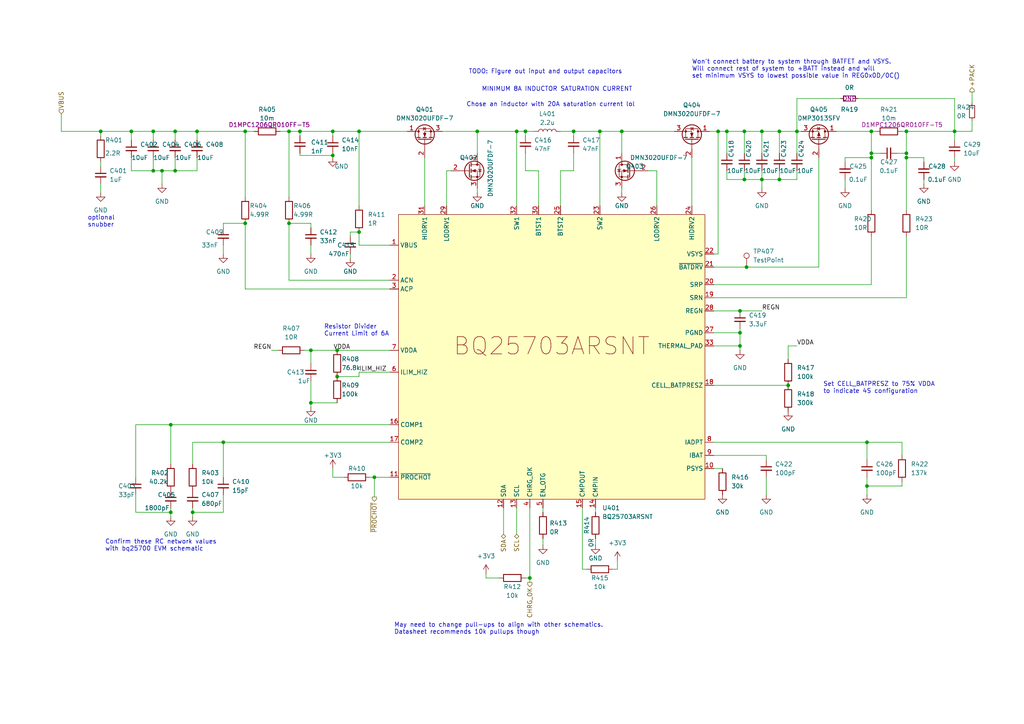
<source format=kicad_sch>
(kicad_sch (version 20230121) (generator eeschema)
  (paper "A4")
  (title_block (title "Charge Controller") (date "2023-05-24") (rev "v1"))
  (lib_symbols
    (symbol "Connector:TestPoint" (pin_numbers hide) (pin_names (offset 0.762) hide)
      (property "Reference" "TP" (at 0 6.858 0))
      (property "Value" "TestPoint" (at 0 5.08 0))
      (symbol "TestPoint_0_1"
        (circle (center 0 3.302) (radius 0.762))
      )
      (symbol "TestPoint_1_1"
        (pin passive line (at 0 0 90) (length 2.54) (name "1") (number "1"))
      )
    )
    (symbol "Device:C_Small" (pin_numbers hide) (pin_names (offset 0.254) hide)
      (property "Reference" "C" (at 0.254 1.778 0))
      (property "Value" "C_Small" (at 0.254 -2.032 0))
      (symbol "C_Small_0_1"
        (polyline (pts (xy -1.524 -0.508) (xy 1.524 -0.508)) (stroke (width 0.3302)))
        (polyline (pts (xy -1.524 0.508) (xy 1.524 0.508)) (stroke (width 0.3048)))
      )
      (symbol "C_Small_1_1"
        (pin passive line (at 0 2.54 270) (length 2.032) (name "~") (number "1"))
        (pin passive line (at 0 -2.54 90) (length 2.032) (name "~") (number "2"))
      )
    )
    (symbol "Device:L" (pin_numbers hide) (pin_names (offset 1.016) hide)
      (property "Reference" "L" (at -1.27 0 90))
      (property "Value" "L" (at 1.905 0 90))
      (symbol "L_0_1"
        (arc (start 0 -2.54) (mid 0.6323 -1.905) (end 0 -1.27))
        (arc (start 0 -1.27) (mid 0.6323 -0.635) (end 0 0))
        (arc (start 0 0) (mid 0.6323 0.635) (end 0 1.27))
        (arc (start 0 1.27) (mid 0.6323 1.905) (end 0 2.54))
      )
      (symbol "L_1_1"
        (pin passive line (at 0 3.81 270) (length 1.27) (name "1") (number "1"))
        (pin passive line (at 0 -3.81 90) (length 1.27) (name "2") (number "2"))
      )
    )
    (symbol "Device:Q_NMOS_DGS" (pin_names (offset 0) hide)
      (property "Reference" "Q" (at 5.08 1.27 0))
      (property "Value" "Q_NMOS_DGS" (at 5.08 -1.27 0))
      (symbol "Q_NMOS_DGS_0_1"
        (polyline (pts (xy 0.254 0) (xy -2.54 0)))
        (polyline (pts (xy 0.254 1.905) (xy 0.254 -1.905)) (stroke (width 0.254)))
        (polyline (pts (xy 0.762 -1.27) (xy 0.762 -2.286)) (stroke (width 0.254)))
        (polyline (pts (xy 0.762 0.508) (xy 0.762 -0.508)) (stroke (width 0.254)))
        (polyline (pts (xy 0.762 2.286) (xy 0.762 1.27)) (stroke (width 0.254)))
        (polyline (pts (xy 2.54 2.54) (xy 2.54 1.778)))
        (polyline (pts (xy 2.54 -2.54) (xy 2.54 0) (xy 0.762 0)))
        (polyline (pts (xy 0.762 -1.778) (xy 3.302 -1.778) (xy 3.302 1.778) (xy 0.762 1.778)))
        (polyline (pts (xy 1.016 0) (xy 2.032 0.381) (xy 2.032 -0.381) (xy 1.016 0)) (fill (type outline)))
        (polyline (pts (xy 2.794 0.508) (xy 2.921 0.381) (xy 3.683 0.381) (xy 3.81 0.254)))
        (polyline (pts (xy 3.302 0.381) (xy 2.921 -0.254) (xy 3.683 -0.254) (xy 3.302 0.381)))
        (circle (center 1.651 0) (radius 2.794) (stroke (width 0.254)))
        (circle (center 2.54 -1.778) (radius 0.254) (fill (type outline)))
        (circle (center 2.54 1.778) (radius 0.254) (fill (type outline)))
      )
      (symbol "Q_NMOS_DGS_1_1"
        (pin passive line (at 2.54 5.08 270) (length 2.54) (name "D") (number "1"))
        (pin input line (at -5.08 0 0) (length 2.54) (name "G") (number "2"))
        (pin passive line (at 2.54 -5.08 90) (length 2.54) (name "S") (number "3"))
      )
    )
    (symbol "Device:Q_PMOS_DGS" (pin_names (offset 0) hide)
      (property "Reference" "Q" (at 5.08 1.27 0))
      (property "Value" "Q_PMOS_DGS" (at 5.08 -1.27 0))
      (symbol "Q_PMOS_DGS_0_1"
        (polyline (pts (xy 0.254 0) (xy -2.54 0)))
        (polyline (pts (xy 0.254 1.905) (xy 0.254 -1.905)) (stroke (width 0.254)))
        (polyline (pts (xy 0.762 -1.27) (xy 0.762 -2.286)) (stroke (width 0.254)))
        (polyline (pts (xy 0.762 0.508) (xy 0.762 -0.508)) (stroke (width 0.254)))
        (polyline (pts (xy 0.762 2.286) (xy 0.762 1.27)) (stroke (width 0.254)))
        (polyline (pts (xy 2.54 2.54) (xy 2.54 1.778)))
        (polyline (pts (xy 2.54 -2.54) (xy 2.54 0) (xy 0.762 0)))
        (polyline (pts (xy 0.762 1.778) (xy 3.302 1.778) (xy 3.302 -1.778) (xy 0.762 -1.778)))
        (polyline (pts (xy 2.286 0) (xy 1.27 0.381) (xy 1.27 -0.381) (xy 2.286 0)) (fill (type outline)))
        (polyline (pts (xy 2.794 -0.508) (xy 2.921 -0.381) (xy 3.683 -0.381) (xy 3.81 -0.254)))
        (polyline (pts (xy 3.302 -0.381) (xy 2.921 0.254) (xy 3.683 0.254) (xy 3.302 -0.381)))
        (circle (center 1.651 0) (radius 2.794) (stroke (width 0.254)))
        (circle (center 2.54 -1.778) (radius 0.254) (fill (type outline)))
        (circle (center 2.54 1.778) (radius 0.254) (fill (type outline)))
      )
      (symbol "Q_PMOS_DGS_1_1"
        (pin passive line (at 2.54 5.08 270) (length 2.54) (name "D") (number "1"))
        (pin input line (at -5.08 0 0) (length 2.54) (name "G") (number "2"))
        (pin passive line (at 2.54 -5.08 90) (length 2.54) (name "S") (number "3"))
      )
    )
    (symbol "Device:R" (pin_numbers hide) (pin_names (offset 0))
      (property "Reference" "R" (at 2.032 0 90))
      (property "Value" "R" (at 0 0 90))
      (symbol "R_0_1"
        (rectangle (start -1.016 -2.54) (end 1.016 2.54) (stroke (width 0.254)))
      )
      (symbol "R_1_1"
        (pin passive line (at 0 3.81 270) (length 1.27) (name "~") (number "1"))
        (pin passive line (at 0 -3.81 90) (length 1.27) (name "~") (number "2"))
      )
    )
    (symbol "Device:R_Small" (pin_numbers hide) (pin_names (offset 0.254) hide)
      (property "Reference" "R" (at 0.762 0.508 0))
      (property "Value" "R_Small" (at 0.762 -1.016 0))
      (symbol "R_Small_0_1"
        (rectangle (start -0.762 1.778) (end 0.762 -1.778) (stroke (width 0.2032)))
      )
      (symbol "R_Small_1_1"
        (pin passive line (at 0 2.54 270) (length 0.762) (name "~") (number "1"))
        (pin passive line (at 0 -2.54 90) (length 0.762) (name "~") (number "2"))
      )
    )
    (symbol "GND_1" (power) (pin_names (offset 0))
      (property "Value" "GND_1" (at 0 -3.81 0))
      (symbol "GND_1_0_1"
        (polyline (pts (xy 0 0) (xy 0 -1.27) (xy 1.27 -1.27) (xy 0 -2.54) (xy -1.27 -1.27) (xy 0 -1.27)))
      )
      (symbol "GND_1_1_1"
        (pin power_in line (at 0 0 270) (length 0) hide (name "GND") (number "1"))
      )
    )
    (symbol "power:+3V3" (power) (pin_names (offset 0))
      (property "Value" "+3V3" (at 0 3.556 0))
      (symbol "+3V3_0_1"
        (polyline (pts (xy -0.762 1.27) (xy 0 2.54)))
        (polyline (pts (xy 0 0) (xy 0 2.54)))
        (polyline (pts (xy 0 2.54) (xy 0.762 1.27)))
      )
      (symbol "+3V3_1_1"
        (pin power_in line (at 0 0 90) (length 0) hide (name "+3V3") (number "1"))
      )
    )
    (symbol "power:GND" (power) (pin_names (offset 0))
      (property "Value" "GND" (at 0 -3.81 0))
      (symbol "GND_0_1"
        (polyline (pts (xy 0 0) (xy 0 -1.27) (xy 1.27 -1.27) (xy 0 -2.54) (xy -1.27 -1.27) (xy 0 -1.27)))
      )
      (symbol "GND_1_1"
        (pin power_in line (at 0 0 270) (length 0) hide (name "GND") (number "1"))
      )
    )
    (symbol "power_and_charging:BQ25703ARSNT"
      (property "Reference" "U" (at 0 57.15 0))
      (property "Value" "BQ25703ARSNT" (at 0 54.61 0))
      (symbol "BQ25703ARSNT_0_0"
        (text "BQ25703ARSNT" (at 2.54 2.54 0) (effects (font (size 5 5))))
      )
      (symbol "BQ25703ARSNT_0_1"
        (rectangle (start -41.91 40.64) (end 46.99 -41.91) (fill (type background)))
      )
      (symbol "BQ25703ARSNT_1_1"
        (pin power_in line (at -44.45 31.75 0) (length 2.54) (name "VBUS") (number "1"))
        (pin output line (at 49.53 -33.02 180) (length 2.54) (name "PSYS") (number "10"))
        (pin output line (at -44.45 -35.56 0) (length 2.54) (name "~{PROCHOT}") (number "11"))
        (pin bidirectional line (at -11.43 -44.45 90) (length 2.54) (name "SDA") (number "12"))
        (pin input line (at -7.62 -44.45 90) (length 2.54) (name "SCL") (number "13"))
        (pin input line (at 15.24 -44.45 90) (length 2.54) (name "CMPIN") (number "14"))
        (pin output line (at 11.43 -44.45 90) (length 2.54) (name "CMPOUT") (number "15"))
        (pin input line (at -44.45 -20.32 0) (length 2.54) (name "COMP1") (number "16"))
        (pin input line (at -44.45 -25.4 0) (length 2.54) (name "COMP2") (number "17"))
        (pin input line (at 49.53 -8.89 180) (length 2.54) (name "CELL_BATPRESZ") (number "18"))
        (pin power_in line (at 49.53 16.51 180) (length 2.54) (name "SRN") (number "19"))
        (pin power_in line (at -44.45 21.59 0) (length 2.54) (name "ACN") (number "2"))
        (pin power_in line (at 49.53 20.32 180) (length 2.54) (name "SRP") (number "20"))
        (pin output line (at 49.53 25.4 180) (length 2.54) (name "~{BATDRV}") (number "21"))
        (pin power_in line (at 49.53 29.21 180) (length 2.54) (name "VSYS") (number "22"))
        (pin power_in line (at 16.51 43.18 270) (length 2.54) (name "SW2") (number "23"))
        (pin output line (at 43.18 43.18 270) (length 2.54) (name "HIDRV2") (number "24"))
        (pin power_in line (at 5.08 43.18 270) (length 2.54) (name "BTST2") (number "25"))
        (pin output line (at 33.02 43.18 270) (length 2.54) (name "LODRV2") (number "26"))
        (pin power_out line (at 49.53 6.35 180) (length 2.54) (name "PGND") (number "27"))
        (pin power_in line (at 49.53 12.7 180) (length 2.54) (name "REGN") (number "28"))
        (pin output line (at -27.94 43.18 270) (length 2.54) (name "LODRV1") (number "29"))
        (pin power_in line (at -44.45 19.05 0) (length 2.54) (name "ACP") (number "3"))
        (pin power_in line (at -1.27 43.18 270) (length 2.54) (name "BTST1") (number "30"))
        (pin output line (at -34.29 43.18 270) (length 2.54) (name "HIDRV1") (number "31"))
        (pin power_in line (at -7.62 43.18 270) (length 2.54) (name "SW1") (number "32"))
        (pin power_out line (at 49.53 2.54 180) (length 2.54) (name "THERMAL_PAD") (number "33"))
        (pin output line (at -3.81 -44.45 90) (length 2.54) (name "CHRG_OK") (number "4"))
        (pin input line (at 0 -44.45 90) (length 2.54) (name "EN_OTG") (number "5"))
        (pin input line (at -44.45 -5.08 0) (length 2.54) (name "ILIM_HIZ") (number "6"))
        (pin power_in line (at -44.45 1.27 0) (length 2.54) (name "VDDA") (number "7"))
        (pin bidirectional line (at 49.53 -25.4 180) (length 2.54) (name "IADPT") (number "8"))
        (pin output line (at 49.53 -29.21 180) (length 2.54) (name "IBAT") (number "9"))
      )
    )
  )
  (junction (at 215.9 38.1))
  (junction (at 44.45 49.53))
  (junction (at 251.46 128.27))
  (junction (at 215.9 52.07))
  (junction (at 97.79 109.22))
  (junction (at 86.995 38.1))
  (junction (at 55.88 148.59))
  (junction (at 251.46 140.97))
  (junction (at 104.14 38.1))
  (junction (at 214.63 90.17))
  (junction (at 90.17 116.84))
  (junction (at 262.89 45.72))
  (junction (at 231.14 38.1))
  (junction (at 166.37 38.1))
  (junction (at 71.12 38.1))
  (junction (at 208.28 38.1))
  (junction (at 64.77 128.27))
  (junction (at 50.8 49.53))
  (junction (at 71.12 64.77))
  (junction (at 44.45 38.1))
  (junction (at 49.53 123.19))
  (junction (at 276.86 38.1))
  (junction (at 214.63 96.52))
  (junction (at 262.89 44.45))
  (junction (at 226.06 52.07))
  (junction (at 226.06 38.1))
  (junction (at 104.14 67.31))
  (junction (at 252.73 45.72))
  (junction (at 38.1 38.1))
  (junction (at 57.15 38.1))
  (junction (at 220.98 38.1))
  (junction (at 214.63 100.33))
  (junction (at 83.82 64.77))
  (junction (at 46.99 49.53))
  (junction (at 96.52 45.085))
  (junction (at 138.43 38.1))
  (junction (at 252.73 44.45))
  (junction (at 50.8 38.1))
  (junction (at 210.82 38.1))
  (junction (at 262.89 38.1))
  (junction (at 90.17 101.6))
  (junction (at 108.585 138.43))
  (junction (at 220.98 52.07))
  (junction (at 173.99 38.1))
  (junction (at 180.34 38.1))
  (junction (at 153.67 167.64))
  (junction (at 152.4 38.1))
  (junction (at 97.79 101.6))
  (junction (at 96.52 38.1))
  (junction (at 252.73 38.1))
  (junction (at 149.86 38.1))
  (junction (at 49.53 148.59))
  (junction (at 83.82 38.1))
  (junction (at 29.21 38.1))
  (junction (at 228.6 111.76))
  (junction (at 216.535 77.47))
  (wire (pts (xy 168.91 165.1) (xy 170.18 165.1)))
  (wire (pts (xy 96.52 38.1) (xy 104.14 38.1)))
  (wire (pts (xy 57.15 45.72) (xy 57.15 49.53)))
  (wire (pts (xy 104.14 71.12) (xy 113.03 71.12)))
  (wire (pts (xy 162.56 38.1) (xy 166.37 38.1)))
  (wire (pts (xy 180.34 38.1) (xy 180.34 44.45)))
  (wire (pts (xy 71.12 83.82) (xy 113.03 83.82)))
  (wire (pts (xy 38.1 49.53) (xy 44.45 49.53)))
  (wire (pts (xy 215.9 52.07) (xy 220.98 52.07)))
  (wire (pts (xy 251.46 140.97) (xy 251.46 143.51)))
  (wire (pts (xy 138.43 38.1) (xy 138.43 44.45)))
  (wire (pts (xy 252.73 38.1) (xy 254 38.1)))
  (wire (pts (xy 39.37 123.19) (xy 49.53 123.19)))
  (wire (pts (xy 57.15 49.53) (xy 50.8 49.53)))
  (wire (pts (xy 64.77 71.12) (xy 64.77 73.66)))
  (wire (pts (xy 29.21 46.99) (xy 29.21 48.26)))
  (wire (pts (xy 57.15 38.1) (xy 71.12 38.1)))
  (wire (pts (xy 140.97 167.64) (xy 140.97 166.37)))
  (wire (pts (xy 172.72 147.32) (xy 172.72 148.59)))
  (wire (pts (xy 38.1 45.72) (xy 38.1 49.53)))
  (wire (pts (xy 104.14 38.1) (xy 104.14 59.69)))
  (wire (pts (xy 149.86 147.32) (xy 149.86 154.94)))
  (wire (pts (xy 96.52 45.085) (xy 96.52 45.72)))
  (wire (pts (xy 55.88 128.27) (xy 55.88 134.62)))
  (wire (pts (xy 83.82 38.1) (xy 83.82 57.15)))
  (wire (pts (xy 226.06 38.1) (xy 226.06 44.45)))
  (wire (pts (xy 57.15 38.1) (xy 57.15 40.64)))
  (wire (pts (xy 39.37 138.43) (xy 39.37 123.19)))
  (wire (pts (xy 101.6 73.66) (xy 101.6 74.93)))
  (wire (pts (xy 248.92 28.575) (xy 276.86 28.575)))
  (wire (pts (xy 231.14 52.07) (xy 226.06 52.07)))
  (wire (pts (xy 210.82 38.1) (xy 210.82 44.45)))
  (wire (pts (xy 237.49 77.47) (xy 237.49 45.72)))
  (wire (pts (xy 207.01 73.66) (xy 208.28 73.66)))
  (wire (pts (xy 252.73 44.45) (xy 255.27 44.45)))
  (wire (pts (xy 166.37 44.45) (xy 166.37 49.53)))
  (wire (pts (xy 96.52 135.89) (xy 96.52 138.43)))
  (wire (pts (xy 71.12 38.1) (xy 73.66 38.1)))
  (wire (pts (xy 104.14 109.22) (xy 104.14 107.95)))
  (wire (pts (xy 146.05 147.32) (xy 146.05 154.94)))
  (wire (pts (xy 138.43 54.61) (xy 138.43 55.88)))
  (wire (pts (xy 83.82 38.1) (xy 86.995 38.1)))
  (wire (pts (xy 276.86 38.1) (xy 276.86 40.64)))
  (wire (pts (xy 97.79 101.6) (xy 113.03 101.6)))
  (wire (pts (xy 97.79 116.84) (xy 90.17 116.84)))
  (wire (pts (xy 50.8 38.1) (xy 57.15 38.1)))
  (wire (pts (xy 166.37 38.1) (xy 166.37 39.37)))
  (wire (pts (xy 190.5 49.53) (xy 187.96 49.53)))
  (wire (pts (xy 157.48 156.21) (xy 157.48 158.115)))
  (wire (pts (xy 214.63 90.17) (xy 220.98 90.17)))
  (wire (pts (xy 214.63 96.52) (xy 214.63 100.33)))
  (wire (pts (xy 90.17 101.6) (xy 90.17 105.41)))
  (wire (pts (xy 262.89 68.58) (xy 262.89 86.36)))
  (wire (pts (xy 243.84 28.575) (xy 231.14 28.575)))
  (wire (pts (xy 262.89 45.72) (xy 262.89 60.96)))
  (wire (pts (xy 276.86 45.72) (xy 276.86 46.99)))
  (wire (pts (xy 39.37 148.59) (xy 49.53 148.59)))
  (wire (pts (xy 140.97 167.64) (xy 144.78 167.64)))
  (wire (pts (xy 129.54 49.53) (xy 130.81 49.53)))
  (wire (pts (xy 261.62 140.97) (xy 251.46 140.97)))
  (wire (pts (xy 281.94 34.925) (xy 281.94 38.1)))
  (wire (pts (xy 267.97 46.99) (xy 267.97 45.72)))
  (wire (pts (xy 214.63 96.52) (xy 214.63 95.25)))
  (wire (pts (xy 44.45 45.72) (xy 44.45 49.53)))
  (wire (pts (xy 222.25 138.43) (xy 222.25 143.51)))
  (wire (pts (xy 149.86 38.1) (xy 149.86 59.69)))
  (wire (pts (xy 251.46 128.27) (xy 251.46 133.35)))
  (wire (pts (xy 29.21 38.1) (xy 29.21 39.37)))
  (wire (pts (xy 245.11 46.99) (xy 245.11 45.72)))
  (wire (pts (xy 261.62 38.1) (xy 262.89 38.1)))
  (wire (pts (xy 231.14 28.575) (xy 231.14 38.1)))
  (wire (pts (xy 173.99 38.1) (xy 173.99 59.69)))
  (wire (pts (xy 83.82 81.28) (xy 113.03 81.28)))
  (wire (pts (xy 281.94 26.67) (xy 281.94 29.845)))
  (wire (pts (xy 81.28 38.1) (xy 83.82 38.1)))
  (wire (pts (xy 226.06 38.1) (xy 231.14 38.1)))
  (wire (pts (xy 215.9 49.53) (xy 215.9 52.07)))
  (wire (pts (xy 123.19 45.72) (xy 123.19 59.69)))
  (wire (pts (xy 152.4 167.64) (xy 153.67 167.64)))
  (wire (pts (xy 50.8 49.53) (xy 46.99 49.53)))
  (wire (pts (xy 152.4 38.1) (xy 152.4 39.37)))
  (wire (pts (xy 172.72 156.21) (xy 172.72 158.115)))
  (wire (pts (xy 260.35 44.45) (xy 262.89 44.45)))
  (wire (pts (xy 38.1 38.1) (xy 44.45 38.1)))
  (wire (pts (xy 46.99 49.53) (xy 46.99 53.34)))
  (wire (pts (xy 55.88 128.27) (xy 64.77 128.27)))
  (wire (pts (xy 231.14 38.1) (xy 232.41 38.1)))
  (wire (pts (xy 267.97 45.72) (xy 262.89 45.72)))
  (wire (pts (xy 50.8 45.72) (xy 50.8 49.53)))
  (wire (pts (xy 207.01 132.08) (xy 222.25 132.08)))
  (wire (pts (xy 207.01 82.55) (xy 252.73 82.55)))
  (wire (pts (xy 29.21 53.34) (xy 29.21 55.88)))
  (wire (pts (xy 228.6 100.33) (xy 228.6 104.14)))
  (wire (pts (xy 78.74 101.6) (xy 80.645 101.6)))
  (wire (pts (xy 29.21 38.1) (xy 38.1 38.1)))
  (wire (pts (xy 276.86 38.1) (xy 281.94 38.1)))
  (wire (pts (xy 64.77 64.77) (xy 64.77 66.04)))
  (wire (pts (xy 220.98 38.1) (xy 220.98 44.45)))
  (wire (pts (xy 64.77 143.51) (xy 64.77 148.59)))
  (wire (pts (xy 276.86 28.575) (xy 276.86 38.1)))
  (wire (pts (xy 180.34 54.61) (xy 180.34 55.88)))
  (wire (pts (xy 226.06 49.53) (xy 226.06 52.07)))
  (wire (pts (xy 200.66 45.72) (xy 200.66 59.69)))
  (wire (pts (xy 90.17 110.49) (xy 90.17 116.84)))
  (wire (pts (xy 86.995 45.085) (xy 96.52 45.085)))
  (wire (pts (xy 49.53 123.19) (xy 113.03 123.19)))
  (wire (pts (xy 96.52 138.43) (xy 99.695 138.43)))
  (wire (pts (xy 64.77 148.59) (xy 55.88 148.59)))
  (wire (pts (xy 162.56 49.53) (xy 162.56 59.69)))
  (wire (pts (xy 252.73 44.45) (xy 252.73 45.72)))
  (wire (pts (xy 55.88 149.86) (xy 55.88 148.59)))
  (wire (pts (xy 166.37 38.1) (xy 173.99 38.1)))
  (wire (pts (xy 152.4 49.53) (xy 156.21 49.53)))
  (wire (pts (xy 138.43 38.1) (xy 149.86 38.1)))
  (wire (pts (xy 71.12 38.1) (xy 71.12 57.15)))
  (wire (pts (xy 262.89 38.1) (xy 276.86 38.1)))
  (wire (pts (xy 71.12 83.82) (xy 71.12 64.77)))
  (wire (pts (xy 166.37 49.53) (xy 162.56 49.53)))
  (wire (pts (xy 156.21 49.53) (xy 156.21 59.69)))
  (wire (pts (xy 207.01 135.89) (xy 209.55 135.89)))
  (wire (pts (xy 177.8 165.1) (xy 179.07 165.1)))
  (wire (pts (xy 231.14 38.1) (xy 231.14 44.45)))
  (wire (pts (xy 231.14 49.53) (xy 231.14 52.07)))
  (wire (pts (xy 205.74 38.1) (xy 208.28 38.1)))
  (wire (pts (xy 157.48 147.32) (xy 157.48 148.59)))
  (wire (pts (xy 104.14 107.95) (xy 113.03 107.95)))
  (wire (pts (xy 207.01 100.33) (xy 214.63 100.33)))
  (wire (pts (xy 173.99 38.1) (xy 180.34 38.1)))
  (wire (pts (xy 96.52 38.1) (xy 96.52 39.37)))
  (wire (pts (xy 215.9 38.1) (xy 220.98 38.1)))
  (wire (pts (xy 129.54 59.69) (xy 129.54 49.53)))
  (wire (pts (xy 207.01 128.27) (xy 251.46 128.27)))
  (wire (pts (xy 86.995 44.45) (xy 86.995 45.085)))
  (wire (pts (xy 262.89 86.36) (xy 207.01 86.36)))
  (wire (pts (xy 242.57 38.1) (xy 252.73 38.1)))
  (wire (pts (xy 262.89 44.45) (xy 262.89 45.72)))
  (wire (pts (xy 83.82 81.28) (xy 83.82 64.77)))
  (wire (pts (xy 49.53 148.59) (xy 49.53 149.86)))
  (wire (pts (xy 49.53 123.19) (xy 49.53 134.62)))
  (wire (pts (xy 220.98 38.1) (xy 226.06 38.1)))
  (wire (pts (xy 86.995 38.1) (xy 86.995 39.37)))
  (wire (pts (xy 17.78 38.1) (xy 29.21 38.1)))
  (wire (pts (xy 90.17 101.6) (xy 97.79 101.6)))
  (wire (pts (xy 55.88 147.32) (xy 55.88 148.59)))
  (wire (pts (xy 261.62 128.27) (xy 261.62 132.08)))
  (wire (pts (xy 107.315 138.43) (xy 108.585 138.43)))
  (wire (pts (xy 101.6 67.31) (xy 104.14 67.31)))
  (wire (pts (xy 90.17 71.12) (xy 90.17 73.66)))
  (wire (pts (xy 17.78 38.1) (xy 17.78 33.02)))
  (wire (pts (xy 190.5 49.53) (xy 190.5 59.69)))
  (wire (pts (xy 104.14 38.1) (xy 118.11 38.1)))
  (wire (pts (xy 86.995 38.1) (xy 96.52 38.1)))
  (wire (pts (xy 226.06 52.07) (xy 220.98 52.07)))
  (wire (pts (xy 220.98 52.07) (xy 220.98 54.61)))
  (wire (pts (xy 251.46 128.27) (xy 261.62 128.27)))
  (wire (pts (xy 44.45 38.1) (xy 50.8 38.1)))
  (wire (pts (xy 108.585 138.43) (xy 113.03 138.43)))
  (wire (pts (xy 50.8 38.1) (xy 50.8 40.64)))
  (wire (pts (xy 220.98 49.53) (xy 220.98 52.07)))
  (wire (pts (xy 180.34 38.1) (xy 195.58 38.1)))
  (wire (pts (xy 215.9 38.1) (xy 215.9 44.45)))
  (wire (pts (xy 90.17 116.84) (xy 90.17 118.11)))
  (wire (pts (xy 39.37 143.51) (xy 39.37 148.59)))
  (wire (pts (xy 252.73 68.58) (xy 252.73 82.55)))
  (wire (pts (xy 216.535 77.47) (xy 237.49 77.47)))
  (wire (pts (xy 245.11 52.07) (xy 245.11 54.61)))
  (wire (pts (xy 108.585 144.145) (xy 108.585 138.43)))
  (wire (pts (xy 245.11 45.72) (xy 252.73 45.72)))
  (wire (pts (xy 208.28 73.66) (xy 208.28 38.1)))
  (wire (pts (xy 210.82 52.07) (xy 215.9 52.07)))
  (wire (pts (xy 222.25 132.08) (xy 222.25 133.35)))
  (wire (pts (xy 149.86 38.1) (xy 152.4 38.1)))
  (wire (pts (xy 97.79 109.22) (xy 104.14 109.22)))
  (wire (pts (xy 38.1 38.1) (xy 38.1 40.64)))
  (wire (pts (xy 251.46 138.43) (xy 251.46 140.97)))
  (wire (pts (xy 207.01 77.47) (xy 216.535 77.47)))
  (wire (pts (xy 168.91 147.32) (xy 168.91 165.1)))
  (wire (pts (xy 49.53 147.32) (xy 49.53 148.59)))
  (wire (pts (xy 153.67 147.32) (xy 153.67 167.64)))
  (wire (pts (xy 44.45 40.64) (xy 44.45 38.1)))
  (wire (pts (xy 104.14 71.12) (xy 104.14 67.31)))
  (wire (pts (xy 101.6 68.58) (xy 101.6 67.31)))
  (wire (pts (xy 261.62 139.7) (xy 261.62 140.97)))
  (wire (pts (xy 153.67 167.64) (xy 153.67 168.91)))
  (wire (pts (xy 252.73 45.72) (xy 252.73 60.96)))
  (wire (pts (xy 207.01 96.52) (xy 214.63 96.52)))
  (wire (pts (xy 71.12 64.77) (xy 64.77 64.77)))
  (wire (pts (xy 64.77 128.27) (xy 113.03 128.27)))
  (wire (pts (xy 262.89 38.1) (xy 262.89 44.45)))
  (wire (pts (xy 64.77 138.43) (xy 64.77 128.27)))
  (wire (pts (xy 228.6 100.33) (xy 231.14 100.33)))
  (wire (pts (xy 210.82 49.53) (xy 210.82 52.07)))
  (wire (pts (xy 152.4 38.1) (xy 154.94 38.1)))
  (wire (pts (xy 128.27 38.1) (xy 138.43 38.1)))
  (wire (pts (xy 152.4 44.45) (xy 152.4 49.53)))
  (wire (pts (xy 252.73 38.1) (xy 252.73 44.45)))
  (wire (pts (xy 90.17 64.77) (xy 90.17 66.04)))
  (wire (pts (xy 208.28 38.1) (xy 210.82 38.1)))
  (wire (pts (xy 214.63 100.33) (xy 214.63 101.6)))
  (wire (pts (xy 207.01 111.76) (xy 228.6 111.76)))
  (wire (pts (xy 96.52 44.45) (xy 96.52 45.085)))
  (wire (pts (xy 210.82 38.1) (xy 215.9 38.1)))
  (wire (pts (xy 179.07 165.1) (xy 179.07 162.56)))
  (wire (pts (xy 88.265 101.6) (xy 90.17 101.6)))
  (wire (pts (xy 44.45 49.53) (xy 46.99 49.53)))
  (wire (pts (xy 83.82 64.77) (xy 90.17 64.77)))
  (wire (pts (xy 207.01 90.17) (xy 214.63 90.17)))
  (wire (pts (xy 267.97 52.07) (xy 267.97 53.34)))
  (text "Resistor Divider \nCurrent Limit of 6A\n\n" (at 93.98 99.695 0) (effects (font (size 1.27 1.27)) (justify left bottom)))
  (text "MINIMUM 8A INDUCTOR SATURATION CURRENT\n" (at 139.7 26.67 0) (effects (font (size 1.27 1.27)) (justify left bottom)))
  (text "Won't connect battery to system through BATFET and VSYS.\nWill connect rest of system to +BATT instead and will\nset minimum VSYS to lowest possible value in REG0x0D/0C()" (at 200.66 22.86 0) (effects (font (size 1.27 1.27)) (justify left bottom)))
  (text "Chose an inductor with 20A saturation current lol" (at 135.255 31.115 0) (effects (font (size 1.27 1.27)) (justify left bottom)))
  (text "Set CELL_BATPRESZ to 75% VDDA \nto indicate 4S configuration\n" (at 238.76 114.3 0) (effects (font (size 1.27 1.27)) (justify left bottom)))
  (text "Confirm these RC network values \nwith bq25700 EVM schematic " (at 30.48 160.02 0) (effects (font (size 1.27 1.27)) (justify left bottom)))
  (text "optional\nsnubber\n" (at 25.4 66.04 0) (effects (font (size 1.27 1.27)) (justify left bottom)))
  (text "May need to change pull-ups to align with other schematics.\nDatasheet recommends 10k pullups though" (at 114.3 184.15 0) (effects (font (size 1.27 1.27)) (justify left bottom)))
  (text "TODO: Figure out input and output capacitors" (at 135.89 21.59 0) (effects (font (size 1.27 1.27)) (justify left bottom)))
  (label "ILIM_HIZ" (at 104.14 107.95 0))
  (label "VDDA" (at 231.14 100.33 0))
  (label "REGN" (at 78.74 101.6 180))
  (label "REGN" (at 220.98 90.17 0))
  (label "VDDA" (at 101.6 101.6 180))
  (hierarchical_label "CHRG_OK" (shape output) (at 153.67 168.91 270))
  (hierarchical_label "~{PROCHOT}" (shape output) (at 108.585 144.145 270))
  (hierarchical_label "SCL" (shape bidirectional) (at 149.86 154.94 270))
  (hierarchical_label "SDA" (shape bidirectional) (at 146.05 154.94 270))
  (hierarchical_label "+PACK" (shape output) (at 281.94 26.67 90))
  (hierarchical_label "VBUS" (shape input) (at 17.78 33.02 90))
  (symbol (lib_id "power:GND") (at 180.34 55.88 0) (unit 1)
    (property "Reference" "#PWR0416" (effects hide))
    (property "Value" "GND" (at 180.34 59.69 0))
    (instances (project "high-power" (path "" (reference "#PWR0416") (unit 1))) (project "drone" (path "" (reference "#PWR?") (unit 1))))
  )
  (symbol (lib_id "Device:Q_NMOS_DGS") (at 182.88 49.53 0) (mirror y) (unit 1)
    (property "Reference" "Q403" (at 186.69 48.26 0) (effects (justify left)))
    (property "Value" "DMN3020UFDF-7" (at 199.39 45.72 0) (effects (justify left)))
    (property "Footprint" "capstone:DMN3020UFDF-7" (effects hide))
    (property "Digikey" "31-DMN3020UFDF-7CT-ND" (effects hide))
    (instances (project "high-power" (path "" (reference "Q403") (unit 1))) (project "drone" (path "" (reference "Q?") (unit 1))))
  )
  (symbol (lib_id "power:GND") (at 222.25 143.51 0) (unit 1)
    (property "Reference" "#PWR0420" (effects hide))
    (property "Value" "GND" (at 222.25 148.59 0))
    (instances (project "high-power" (path "" (reference "#PWR0420") (unit 1))) (project "drone" (path "" (reference "#PWR?") (unit 1))))
  )
  (symbol (lib_id "Device:R") (at 97.79 105.41 0) (unit 1)
    (property "Reference" "R408" (at 99.06 104.14 0) (effects (justify left)))
    (property "Value" "76.8k" (at 99.06 106.68 0) (effects (justify left)))
    (property "Footprint" "Resistor_SMD:R_0201_0603Metric" (effects hide))
    (instances (project "high-power" (path "" (reference "R408") (unit 1))) (project "drone" (path "" (reference "R?") (unit 1))))
  )
  (symbol (lib_id "Device:R") (at 97.79 113.03 0) (unit 1)
    (property "Reference" "R409" (at 99.06 111.76 0) (effects (justify left)))
    (property "Value" "100k" (at 99.06 114.3 0) (effects (justify left)))
    (property "Footprint" "Resistor_SMD:R_0201_0603Metric" (effects hide))
    (instances (project "high-power" (path "" (reference "R409") (unit 1))) (project "drone" (path "" (reference "R?") (unit 1))))
  )
  (symbol (lib_id "Device:Q_NMOS_DGS") (at 135.89 49.53 0) (unit 1)
    (property "Reference" "Q402" (at 133.35 45.72 0) (effects (justify left)))
    (property "Value" "DMN3020UFDF-7" (at 142.24 57.15 90) (effects (justify left)))
    (property "Footprint" "capstone:DMN3020UFDF-7" (effects hide))
    (property "Digikey" "31-DMN3020UFDF-7CT-ND" (effects hide))
    (instances (project "high-power" (path "" (reference "Q402") (unit 1))) (project "drone" (path "" (reference "Q?") (unit 1))))
  )
  (symbol (lib_id "Device:R") (at 261.62 135.89 0) (unit 1)
    (property "Reference" "R422" (at 264.16 134.6199 0) (effects (justify left)))
    (property "Value" "137k" (at 264.16 137.1599 0) (effects (justify left)))
    (property "Footprint" "Resistor_SMD:R_0201_0603Metric" (effects hide))
    (instances (project "high-power" (path "" (reference "R422") (unit 1))) (project "drone" (path "" (reference "R?") (unit 1))))
  )
  (symbol (lib_id "Device:C_Small") (at 166.37 41.91 0) (unit 1)
    (property "Reference" "C417" (at 168.91 40.6462 0) (effects (justify left)))
    (property "Value" "47nF" (at 168.91 43.1862 0) (effects (justify left)))
    (property "Footprint" "Capacitor_SMD:C_0402_1005Metric" (effects hide))
    (instances (project "high-power" (path "" (reference "C417") (unit 1))) (project "drone" (path "" (reference "C?") (unit 1))))
  )
  (symbol (lib_name "GND_1") (lib_id "power:GND") (at 157.48 158.115 0) (unit 1)
    (property "Reference" "#PWR0413" (effects hide))
    (property "Value" "GND" (at 157.48 163.195 0))
    (instances (project "high-power" (path "" (reference "#PWR0413") (unit 1))) (project "drone" (path "" (reference "#PWR?") (unit 1))))
  )
  (symbol (lib_id "Device:C_Small") (at 222.25 135.89 0) (unit 1)
    (property "Reference" "C422" (at 224.79 134.6262 0) (effects (justify left)))
    (property "Value" "100pF" (at 224.79 137.1662 0) (effects (justify left)))
    (property "Footprint" "Capacitor_SMD:C_0201_0603Metric" (effects hide))
    (instances (project "high-power" (path "" (reference "C422") (unit 1))) (project "drone" (path "" (reference "C?") (unit 1))))
  )
  (symbol (lib_id "Device:R_Small") (at 246.38 28.575 90) (unit 1)
    (property "Reference" "R419" (at 246.38 31.75 90))
    (property "Value" "0R" (at 246.38 25.4 90))
    (property "Footprint" "Resistor_SMD:R_1206_3216Metric" (effects hide))
    (property "DNP" "DNP" (at 246.38 28.575 90))
  )
  (symbol (lib_id "Device:C_Small") (at 90.17 68.58 0) (unit 1)
    (property "Reference" "C412" (at 92.71 67.3162 0) (effects (justify left)))
    (property "Value" "33nF" (at 92.71 69.8562 0) (effects (justify left)))
    (property "Footprint" "Capacitor_SMD:C_0201_0603Metric" (effects hide))
    (instances (project "high-power" (path "" (reference "C412") (unit 1))) (project "drone" (path "" (reference "C?") (unit 1))))
  )
  (symbol (lib_id "power:GND") (at 55.88 149.86 0) (unit 1)
    (property "Reference" "#PWR0404" (effects hide))
    (property "Value" "GND" (at 55.88 154.94 0))
    (instances (project "high-power" (path "" (reference "#PWR0404") (unit 1))) (project "drone" (path "" (reference "#PWR?") (unit 1))))
  )
  (symbol (lib_id "Device:C_Small") (at 50.8 43.18 0) (unit 1)
    (property "Reference" "C406" (at 53.34 41.9162 0) (effects (justify left)))
    (property "Value" "10uF" (at 50.8 45.72 0) (effects (justify left)))
    (property "Footprint" "Capacitor_SMD:C_0805_2012Metric" (effects hide))
    (instances (project "high-power" (path "" (reference "C406") (unit 1))) (project "drone" (path "" (reference "C?") (unit 1))))
  )
  (symbol (lib_id "power:GND") (at 90.17 73.66 0) (unit 1)
    (property "Reference" "#PWR0406" (effects hide))
    (property "Value" "GND" (at 90.17 78.74 0))
    (instances (project "high-power" (path "" (reference "#PWR0406") (unit 1))) (project "drone" (path "" (reference "#PWR?") (unit 1))))
  )
  (symbol (lib_id "Device:C_Small") (at 64.77 68.58 0) (unit 1)
    (property "Reference" "C409" (at 59.69 67.31 0) (effects (justify left)))
    (property "Value" "33nF" (at 58.42 71.12 0) (effects (justify left)))
    (property "Footprint" "Capacitor_SMD:C_0201_0603Metric" (effects hide))
    (instances (project "high-power" (path "" (reference "C409") (unit 1))) (project "drone" (path "" (reference "C?") (unit 1))))
  )
  (symbol (lib_id "power:+3V3") (at 96.52 135.89 0) (unit 1)
    (property "Reference" "#PWR0409" (effects hide))
    (property "Value" "+3V3" (at 96.52 132.08 0))
  )
  (symbol (lib_id "power:GND") (at 214.63 101.6 0) (unit 1)
    (property "Reference" "#PWR0418" (effects hide))
    (property "Value" "GND" (at 214.63 106.68 0))
    (instances (project "high-power" (path "" (reference "#PWR0418") (unit 1))) (project "drone" (path "" (reference "#PWR?") (unit 1))))
  )
  (symbol (lib_id "power:GND") (at 172.72 158.115 0) (unit 1)
    (property "Reference" "#PWR0414" (effects hide))
    (property "Value" "GND" (at 172.72 161.925 0))
    (instances (project "high-power" (path "" (reference "#PWR0414") (unit 1))) (project "drone" (path "" (reference "#PWR?") (unit 1))))
  )
  (symbol (lib_id "Device:C_Small") (at 210.82 46.99 0) (unit 1)
    (property "Reference" "C418" (at 212.09 45.72 90) (effects (justify left)))
    (property "Value" "10uF" (at 210.82 49.53 0) (effects (justify left)))
    (property "Footprint" "Capacitor_SMD:C_0805_2012Metric" (effects hide))
    (instances (project "high-power" (path "" (reference "C418") (unit 1))) (project "drone" (path "" (reference "C?") (unit 1))))
  )
  (symbol (lib_id "Device:C_Small") (at 55.88 144.78 0) (unit 1)
    (property "Reference" "C407" (at 58.42 143.5162 0) (effects (justify left)))
    (property "Value" "680pF" (at 58.42 146.0562 0) (effects (justify left)))
    (property "Footprint" "Capacitor_SMD:C_0201_0603Metric" (effects hide))
    (instances (project "high-power" (path "" (reference "C407") (unit 1))) (project "drone" (path "" (reference "C?") (unit 1))))
  )
  (symbol (lib_id "Device:R") (at 29.21 43.18 0) (unit 1)
    (property "Reference" "R401" (at 30.48 40.64 0) (effects (justify left)))
    (property "Value" "2.2R" (at 30.48 44.45 0) (effects (justify left)))
    (property "Footprint" "Resistor_SMD:R_0402_1005Metric" (effects hide))
    (instances (project "high-power" (path "" (reference "R401") (unit 1))) (project "drone" (path "" (reference "R?") (unit 1))))
  )
  (symbol (lib_id "Device:R") (at 252.73 64.77 180) (unit 1)
    (property "Reference" "R420" (at 247.65 63.5 0) (effects (justify right)))
    (property "Value" "10R" (at 247.65 66.04 0) (effects (justify right)))
    (property "Footprint" "Resistor_SMD:R_0201_0603Metric" (effects hide))
    (instances (project "high-power" (path "" (reference "R420") (unit 1))) (project "drone" (path "" (reference "R?") (unit 1))))
  )
  (symbol (lib_id "Device:R") (at 157.48 152.4 0) (unit 1)
    (property "Reference" "R413" (at 159.385 151.765 0) (effects (justify left)))
    (property "Value" "0R" (at 159.385 154.305 0) (effects (justify left)))
    (property "Footprint" "Resistor_SMD:R_0402_1005Metric" (effects hide))
  )
  (symbol (lib_id "power:+3V3") (at 140.97 166.37 0) (unit 1)
    (property "Reference" "#PWR0412" (effects hide))
    (property "Value" "+3V3" (at 140.97 161.29 0))
    (instances (project "high-power" (path "" (reference "#PWR0412") (unit 1))) (project "drone" (path "" (reference "#PWR?") (unit 1))))
  )
  (symbol (lib_id "power:GND") (at 138.43 55.88 0) (unit 1)
    (property "Reference" "#PWR0411" (effects hide))
    (property "Value" "GND" (at 138.43 59.69 0))
    (instances (project "high-power" (path "" (reference "#PWR0411") (unit 1))) (project "drone" (path "" (reference "#PWR?") (unit 1))))
  )
  (symbol (lib_id "power:GND") (at 96.52 45.72 0) (unit 1)
    (property "Reference" "#PWR0408" (effects hide))
    (property "Value" "GND" (at 99.06 48.26 0))
    (instances (project "high-power" (path "" (reference "#PWR0408") (unit 1))) (project "drone" (path "" (reference "#PWR?") (unit 1))))
  )
  (symbol (lib_id "Device:R") (at 148.59 167.64 90) (unit 1)
    (property "Reference" "R412" (at 148.59 170.18 90))
    (property "Value" "10k" (at 148.59 172.72 90))
    (property "Footprint" "Resistor_SMD:R_0201_0603Metric" (effects hide))
    (instances (project "high-power" (path "" (reference "R412") (unit 1))) (project "drone" (path "" (reference "R?") (unit 1))))
  )
  (symbol (lib_id "Device:L") (at 158.75 38.1 90) (unit 1)
    (property "Reference" "L401" (at 158.75 33.02 90))
    (property "Value" "2.2u" (at 158.75 35.56 90))
    (property "Footprint" "capstone:IHLP2525EZER2R2M01" (effects hide))
    (property "Field4" "IHLP2525EZER2R2M01" (effects hide))
    (instances (project "high-power" (path "" (reference "L401") (unit 1))) (project "drone" (path "" (reference "L?") (unit 1))))
  )
  (symbol (lib_id "Connector:TestPoint") (at 216.535 77.47 0) (unit 1)
    (property "Reference" "TP407" (at 218.44 72.898 0) (effects (justify left)))
    (property "Value" "TestPoint" (at 218.44 75.438 0) (effects (justify left)))
    (property "Footprint" "TestPoint:TestPoint_Pad_D1.0mm" (effects hide))
  )
  (symbol (lib_id "Device:R") (at 209.55 139.7 0) (unit 1)
    (property "Reference" "R416" (at 212.09 138.4299 0) (effects (justify left)))
    (property "Value" "30k" (at 212.09 140.9699 0) (effects (justify left)))
    (property "Footprint" "Resistor_SMD:R_0201_0603Metric" (effects hide))
    (instances (project "high-power" (path "" (reference "R416") (unit 1))) (project "drone" (path "" (reference "R?") (unit 1))))
  )
  (symbol (lib_id "Device:C_Small") (at 38.1 43.18 0) (unit 1)
    (property "Reference" "C402" (at 40.64 41.9162 0) (effects (justify left)))
    (property "Value" "10uF" (at 38.1 45.72 0) (effects (justify left)))
    (property "Footprint" "Capacitor_SMD:C_0805_2012Metric" (effects hide))
    (instances (project "high-power" (path "" (reference "C402") (unit 1))) (project "drone" (path "" (reference "C?") (unit 1))))
  )
  (symbol (lib_id "Device:R") (at 104.14 63.5 0) (unit 1)
    (property "Reference" "R411" (at 106.68 62.2299 0) (effects (justify left)))
    (property "Value" "1R" (at 106.68 64.7699 0) (effects (justify left)))
    (property "Footprint" "Resistor_SMD:R_0402_1005Metric" (effects hide))
    (instances (project "high-power" (path "" (reference "R411") (unit 1))) (project "drone" (path "" (reference "R?") (unit 1))))
  )
  (symbol (lib_id "Device:C_Small") (at 276.86 43.18 0) (unit 1)
    (property "Reference" "C429" (at 279.4 41.9162 0) (effects (justify left)))
    (property "Value" "10uF" (at 279.4 44.4562 0) (effects (justify left)))
    (property "Footprint" "Capacitor_SMD:C_0603_1608Metric" (effects hide))
    (instances (project "high-power" (path "" (reference "C429") (unit 1))) (project "drone" (path "" (reference "C?") (unit 1))))
  )
  (symbol (lib_id "power_and_charging:BQ25703ARSNT") (at 157.48 102.87 0) (unit 1)
    (property "Reference" "U401" (at 174.6759 147.32 0) (effects (justify left)))
    (property "Value" "BQ25703ARSNT" (at 174.6759 149.86 0) (effects (justify left)))
    (property "Footprint" "Package_DFN_QFN:QFN-32-1EP_4x4mm_P0.4mm_EP2.9x2.9mm_ThermalVias" (effects hide))
    (instances (project "high-power" (path "" (reference "U401") (unit 1))) (project "drone" (path "" (reference "U?") (unit 1))))
  )
  (symbol (lib_id "power:GND") (at 209.55 143.51 0) (unit 1)
    (property "Reference" "#PWR0417" (effects hide))
    (property "Value" "GND" (at 209.55 148.59 0))
    (instances (project "high-power" (path "" (reference "#PWR0417") (unit 1))) (project "drone" (path "" (reference "#PWR?") (unit 1))))
  )
  (symbol (lib_id "Device:C_Small") (at 96.52 41.91 0) (unit 1)
    (property "Reference" "C414" (at 99.06 40.6462 0) (effects (justify left)))
    (property "Value" "10nF" (at 99.06 43.1862 0) (effects (justify left)))
    (property "Footprint" "Capacitor_SMD:C_0201_0603Metric" (effects hide))
    (instances (project "high-power" (path "" (reference "C414") (unit 1))) (project "drone" (path "" (reference "C?") (unit 1))))
  )
  (symbol (lib_id "Device:R") (at 172.72 152.4 0) (unit 1)
    (property "Reference" "R414" (at 170.18 154.94 90) (effects (justify left)))
    (property "Value" "0R" (at 171.45 158.75 90) (effects (justify left)))
    (property "Footprint" "Resistor_SMD:R_0402_1005Metric" (effects hide))
  )
  (symbol (lib_id "Device:R") (at 49.53 138.43 0) (unit 1)
    (property "Reference" "R402" (at 43.815 137.16 0) (effects (justify left)))
    (property "Value" "40.2k" (at 43.18 139.7 0) (effects (justify left)))
    (property "Footprint" "Resistor_SMD:R_0201_0603Metric" (effects hide))
    (instances (project "high-power" (path "" (reference "R402") (unit 1))) (project "drone" (path "" (reference "R?") (unit 1))))
  )
  (symbol (lib_id "Device:C_Small") (at 29.21 50.8 0) (unit 1)
    (property "Reference" "C401" (at 31.75 49.5362 0) (effects (justify left)))
    (property "Value" "1uF" (at 31.75 52.0762 0) (effects (justify left)))
    (property "Footprint" "Capacitor_SMD:C_0402_1005Metric" (effects hide))
    (instances (project "high-power" (path "" (reference "C401") (unit 1))) (project "drone" (path "" (reference "C?") (unit 1))))
  )
  (symbol (lib_id "Device:C_Small") (at 257.81 44.45 90) (unit 1)
    (property "Reference" "C427" (at 257.81 46.99 90))
    (property "Value" "0.1uF" (at 257.81 49.53 90))
    (property "Footprint" "Capacitor_SMD:C_0201_0603Metric" (effects hide))
    (instances (project "high-power" (path "" (reference "C427") (unit 1))) (project "drone" (path "" (reference "C?") (unit 1))))
  )
  (symbol (lib_id "power:GND") (at 29.21 55.88 0) (unit 1)
    (property "Reference" "#PWR0401" (effects hide))
    (property "Value" "GND" (at 29.21 60.96 0))
    (instances (project "high-power" (path "" (reference "#PWR0401") (unit 1))) (project "drone" (path "" (reference "#PWR?") (unit 1))))
  )
  (symbol (lib_id "Device:C_Small") (at 90.17 107.95 0) (unit 1)
    (property "Reference" "C413" (at 83.185 107.95 0) (effects (justify left)))
    (property "Value" "1uF" (at 86.36 110.49 0) (effects (justify left)))
    (property "Footprint" "Capacitor_SMD:C_0402_1005Metric" (effects hide))
    (instances (project "high-power" (path "" (reference "C413") (unit 1))) (project "drone" (path "" (reference "C?") (unit 1))))
  )
  (symbol (lib_id "power:GND") (at 251.46 143.51 0) (unit 1)
    (property "Reference" "#PWR0423" (effects hide))
    (property "Value" "GND" (at 251.46 148.59 0))
    (instances (project "high-power" (path "" (reference "#PWR0423") (unit 1))) (project "drone" (path "" (reference "#PWR?") (unit 1))))
  )
  (symbol (lib_id "Device:C_Small") (at 251.46 135.89 0) (unit 1)
    (property "Reference" "C426" (at 254 134.6262 0) (effects (justify left)))
    (property "Value" "100pF" (at 254 137.1662 0) (effects (justify left)))
    (property "Footprint" "Capacitor_SMD:C_0201_0603Metric" (effects hide))
    (instances (project "high-power" (path "" (reference "C426") (unit 1))) (project "drone" (path "" (reference "C?") (unit 1))))
  )
  (symbol (lib_id "Device:C_Small") (at 226.06 46.99 0) (unit 1)
    (property "Reference" "C423" (at 227.33 45.72 90) (effects (justify left)))
    (property "Value" "10uF" (at 226.06 49.53 0) (effects (justify left)))
    (property "Footprint" "Capacitor_SMD:C_0805_2012Metric" (effects hide))
    (instances (project "high-power" (path "" (reference "C423") (unit 1))) (project "drone" (path "" (reference "C?") (unit 1))))
  )
  (symbol (lib_id "Device:R") (at 228.6 115.57 0) (unit 1)
    (property "Reference" "R418" (at 231.14 114.2999 0) (effects (justify left)))
    (property "Value" "300k" (at 231.14 116.8399 0) (effects (justify left)))
    (property "Footprint" "Resistor_SMD:R_0201_0603Metric" (effects hide))
    (instances (project "high-power" (path "" (reference "R418") (unit 1))) (project "drone" (path "" (reference "R?") (unit 1))))
  )
  (symbol (lib_id "Device:R_Small") (at 281.94 32.385 0) (unit 1)
    (property "Reference" "R424" (at 277.495 31.115 0) (effects (justify left)))
    (property "Value" "0R" (at 277.495 33.655 0) (effects (justify left)))
    (property "Footprint" "Resistor_SMD:R_1206_3216Metric" (effects hide))
  )
  (symbol (lib_id "Device:R") (at 257.81 38.1 90) (unit 1)
    (property "Reference" "R421" (at 257.81 31.75 90))
    (property "Value" "10m" (at 257.81 34.29 90))
    (property "Footprint" "Resistor_SMD:R_1206_3216Metric" (effects hide))
    (property "Part No." "D1MPC1206QR010FF-T5" (at 261.62 36.195 90))
    (instances (project "high-power" (path "" (reference "R421") (unit 1))) (project "drone" (path "" (reference "R?") (unit 1))))
  )
  (symbol (lib_id "power:GND") (at 276.86 46.99 0) (unit 1)
    (property "Reference" "#PWR0425" (effects hide))
    (property "Value" "GND" (at 276.86 52.07 0))
    (instances (project "high-power" (path "" (reference "#PWR0425") (unit 1))) (project "drone" (path "" (reference "#PWR?") (unit 1))))
  )
  (symbol (lib_id "Device:C_Small") (at 49.53 144.78 0) (unit 1)
    (property "Reference" "C405" (at 45.72 143.51 0) (effects (justify left)))
    (property "Value" "1800pF" (at 41.91 147.32 0) (effects (justify left)))
    (property "Footprint" "Capacitor_SMD:C_0201_0603Metric" (effects hide))
    (instances (project "high-power" (path "" (reference "C405") (unit 1))) (project "drone" (path "" (reference "C?") (unit 1))))
  )
  (symbol (lib_id "power:GND") (at 101.6 74.93 0) (unit 1)
    (property "Reference" "#PWR0410" (effects hide))
    (property "Value" "GND" (at 101.6 78.74 0))
    (instances (project "high-power" (path "" (reference "#PWR0410") (unit 1))) (project "drone" (path "" (reference "#PWR?") (unit 1))))
  )
  (symbol (lib_id "Device:C_Small") (at 215.9 46.99 0) (unit 1)
    (property "Reference" "C420" (at 217.17 45.72 90) (effects (justify left)))
    (property "Value" "10uF" (at 215.9 49.53 0) (effects (justify left)))
    (property "Footprint" "Capacitor_SMD:C_0805_2012Metric" (effects hide))
    (instances (project "high-power" (path "" (reference "C420") (unit 1))) (project "drone" (path "" (reference "C?") (unit 1))))
  )
  (symbol (lib_id "Device:C_Small") (at 245.11 49.53 180) (unit 1)
    (property "Reference" "C425" (at 248.92 48.26 0))
    (property "Value" "0.1uF" (at 248.92 52.07 0))
    (property "Footprint" "Capacitor_SMD:C_0201_0603Metric" (effects hide))
    (instances (project "high-power" (path "" (reference "C425") (unit 1))) (project "drone" (path "" (reference "C?") (unit 1))))
  )
  (symbol (lib_id "Device:Q_NMOS_DGS") (at 200.66 40.64 270) (mirror x) (unit 1)
    (property "Reference" "Q404" (at 200.66 30.48 90))
    (property "Value" "DMN3020UFDF-7" (at 200.66 33.02 90))
    (property "Footprint" "capstone:DMN3020UFDF-7" (effects hide))
    (property "Digikey" "31-DMN3020UFDF-7CT-ND" (effects hide))
    (instances (project "high-power" (path "" (reference "Q404") (unit 1))) (project "drone" (path "" (reference "Q?") (unit 1))))
  )
  (symbol (lib_id "Device:C_Small") (at 86.995 41.91 0) (unit 1)
    (property "Reference" "C411" (at 90.17 41.2813 0) (effects (justify left)))
    (property "Value" "1nF" (at 90.17 43.8213 0) (effects (justify left)))
    (property "Footprint" "Capacitor_SMD:C_0201_0603Metric" (effects hide))
    (instances (project "high-power" (path "" (reference "C411") (unit 1))) (project "drone" (path "" (reference "C?") (unit 1))))
  )
  (symbol (lib_id "Device:C_Small") (at 214.63 92.71 0) (unit 1)
    (property "Reference" "C419" (at 217.17 91.4462 0) (effects (justify left)))
    (property "Value" "3.3uF" (at 217.17 93.9862 0) (effects (justify left)))
    (property "Footprint" "Capacitor_SMD:C_0603_1608Metric" (effects hide))
    (instances (project "high-power" (path "" (reference "C419") (unit 1))) (project "drone" (path "" (reference "C?") (unit 1))))
  )
  (symbol (lib_id "Device:R") (at 103.505 138.43 270) (unit 1)
    (property "Reference" "R410" (at 103.505 135.89 90))
    (property "Value" "10k" (at 103.505 140.97 90))
    (property "Footprint" "Resistor_SMD:R_0201_0603Metric" (effects hide))
    (instances (project "high-power" (path "" (reference "R410") (unit 1))) (project "drone" (path "" (reference "R?") (unit 1))))
  )
  (symbol (lib_id "power:GND") (at 46.99 53.34 0) (unit 1)
    (property "Reference" "#PWR0402" (effects hide))
    (property "Value" "GND" (at 46.99 58.42 0))
    (instances (project "high-power" (path "" (reference "#PWR0402") (unit 1))) (project "drone" (path "" (reference "#PWR?") (unit 1))))
  )
  (symbol (lib_id "Device:R") (at 84.455 101.6 90) (unit 1)
    (property "Reference" "R407" (at 84.455 95.25 90))
    (property "Value" "10R" (at 84.455 97.79 90))
    (property "Footprint" "Resistor_SMD:R_0402_1005Metric" (effects hide))
    (instances (project "high-power" (path "" (reference "R407") (unit 1))) (project "drone" (path "" (reference "R?") (unit 1))))
  )
  (symbol (lib_id "Device:Q_PMOS_DGS") (at 237.49 40.64 270) (mirror x) (unit 1)
    (property "Reference" "Q405" (at 237.49 31.75 90))
    (property "Value" "DMP3013SFV" (at 237.49 34.29 90))
    (property "Footprint" "capstone:DMP3013SFV7" (effects hide))
    (instances (project "high-power" (path "" (reference "Q405") (unit 1))) (project "drone" (path "" (reference "Q?") (unit 1))))
  )
  (symbol (lib_id "Device:R") (at 71.12 60.96 0) (unit 1)
    (property "Reference" "R404" (at 72.39 59.69 0) (effects (justify left)))
    (property "Value" "4.99R" (at 72.39 62.23 0) (effects (justify left)))
    (property "Footprint" "Resistor_SMD:R_0201_0603Metric" (effects hide))
    (instances (project "high-power" (path "" (reference "R404") (unit 1))) (project "drone" (path "" (reference "R?") (unit 1))))
  )
  (symbol (lib_id "power:+3V3") (at 179.07 162.56 0) (unit 1)
    (property "Reference" "#PWR0415" (effects hide))
    (property "Value" "+3V3" (at 179.07 157.48 0))
    (instances (project "high-power" (path "" (reference "#PWR0415") (unit 1))) (project "drone" (path "" (reference "#PWR?") (unit 1))))
  )
  (symbol (lib_id "power:GND") (at 220.98 54.61 0) (unit 1)
    (property "Reference" "#PWR0419" (effects hide))
    (property "Value" "GND" (at 220.98 59.69 0))
    (instances (project "high-power" (path "" (reference "#PWR0419") (unit 1))) (project "drone" (path "" (reference "#PWR?") (unit 1))))
  )
  (symbol (lib_id "Device:C_Small") (at 39.37 140.97 0) (unit 1)
    (property "Reference" "C403" (at 34.29 140.97 0) (effects (justify left)))
    (property "Value" "33pF" (at 34.29 143.51 0) (effects (justify left)))
    (property "Footprint" "Capacitor_SMD:C_0201_0603Metric" (effects hide))
    (instances (project "high-power" (path "" (reference "C403") (unit 1))) (project "drone" (path "" (reference "C?") (unit 1))))
  )
  (symbol (lib_id "Device:R") (at 83.82 60.96 0) (unit 1)
    (property "Reference" "R406" (at 85.09 59.69 0) (effects (justify left)))
    (property "Value" "4.99R" (at 85.09 62.23 0) (effects (justify left)))
    (property "Footprint" "Resistor_SMD:R_0201_0603Metric" (effects hide))
    (instances (project "high-power" (path "" (reference "R406") (unit 1))) (project "drone" (path "" (reference "R?") (unit 1))))
  )
  (symbol (lib_id "Device:R") (at 77.47 38.1 90) (unit 1)
    (property "Reference" "R405" (at 77.47 31.75 90))
    (property "Value" "10m" (at 77.47 34.29 90))
    (property "Footprint" "Resistor_SMD:R_1206_3216Metric" (effects hide))
    (property "Part No." "D1MPC1206QR010FF-T5" (at 78.105 36.195 90))
    (instances (project "high-power" (path "" (reference "R405") (unit 1))) (project "drone" (path "" (reference "R?") (unit 1))))
  )
  (symbol (lib_id "Device:R") (at 262.89 64.77 180) (unit 1)
    (property "Reference" "R423" (at 265.43 63.4999 0) (effects (justify right)))
    (property "Value" "10R" (at 265.43 66.0399 0) (effects (justify right)))
    (property "Footprint" "Resistor_SMD:R_0201_0603Metric" (effects hide))
    (instances (project "high-power" (path "" (reference "R423") (unit 1))) (project "drone" (path "" (reference "R?") (unit 1))))
  )
  (symbol (lib_id "Device:C_Small") (at 220.98 46.99 0) (unit 1)
    (property "Reference" "C421" (at 222.25 45.72 90) (effects (justify left)))
    (property "Value" "10uF" (at 220.98 49.53 0) (effects (justify left)))
    (property "Footprint" "Capacitor_SMD:C_0805_2012Metric" (effects hide))
    (instances (project "high-power" (path "" (reference "C421") (unit 1))) (project "drone" (path "" (reference "C?") (unit 1))))
  )
  (symbol (lib_id "Device:C_Small") (at 64.77 140.97 0) (unit 1)
    (property "Reference" "C410" (at 67.31 139.7062 0) (effects (justify left)))
    (property "Value" "15pF" (at 67.31 142.2462 0) (effects (justify left)))
    (property "Footprint" "Capacitor_SMD:C_0201_0603Metric" (effects hide))
    (instances (project "high-power" (path "" (reference "C410") (unit 1))) (project "drone" (path "" (reference "C?") (unit 1))))
  )
  (symbol (lib_id "Device:C_Small") (at 101.6 71.12 0) (unit 1)
    (property "Reference" "C415" (at 97.79 71.12 0) (effects (justify left)))
    (property "Value" "470nF" (at 95.25 73.66 0) (effects (justify left)))
    (property "Footprint" "Capacitor_SMD:C_0201_0603Metric" (effects hide))
    (instances (project "high-power" (path "" (reference "C415") (unit 1))) (project "drone" (path "" (reference "C?") (unit 1))))
  )
  (symbol (lib_id "Device:R") (at 55.88 138.43 0) (unit 1)
    (property "Reference" "R403" (at 58.42 137.1599 0) (effects (justify left)))
    (property "Value" "10k" (at 58.42 139.6999 0) (effects (justify left)))
    (property "Footprint" "Resistor_SMD:R_0201_0603Metric" (effects hide))
    (instances (project "high-power" (path "" (reference "R403") (unit 1))) (project "drone" (path "" (reference "R?") (unit 1))))
  )
  (symbol (lib_id "Device:R") (at 173.99 165.1 90) (unit 1)
    (property "Reference" "R415" (at 173.99 167.64 90))
    (property "Value" "10k" (at 173.99 170.18 90))
    (property "Footprint" "Resistor_SMD:R_0201_0603Metric" (effects hide))
    (instances (project "high-power" (path "" (reference "R415") (unit 1))) (project "drone" (path "" (reference "R?") (unit 1))))
  )
  (symbol (lib_id "Device:C_Small") (at 44.45 43.18 0) (unit 1)
    (property "Reference" "C404" (at 46.99 41.9162 0) (effects (justify left)))
    (property "Value" "10uF" (at 44.45 45.72 0) (effects (justify left)))
    (property "Footprint" "Capacitor_SMD:C_0805_2012Metric" (effects hide))
    (instances (project "high-power" (path "" (reference "C404") (unit 1))) (project "drone" (path "" (reference "C?") (unit 1))))
  )
  (symbol (lib_id "power:GND") (at 267.97 53.34 0) (unit 1)
    (property "Reference" "#PWR0424" (effects hide))
    (property "Value" "GND" (at 267.97 58.42 0))
    (instances (project "high-power" (path "" (reference "#PWR0424") (unit 1))) (project "drone" (path "" (reference "#PWR?") (unit 1))))
  )
  (symbol (lib_id "Device:C_Small") (at 231.14 46.99 0) (unit 1)
    (property "Reference" "C424" (at 232.41 45.72 90) (effects (justify left)))
    (property "Value" "10uF" (at 231.14 49.53 0) (effects (justify left)))
    (property "Footprint" "Capacitor_SMD:C_0805_2012Metric" (effects hide))
    (instances (project "high-power" (path "" (reference "C424") (unit 1))) (project "drone" (path "" (reference "C?") (unit 1))))
  )
  (symbol (lib_id "Device:Q_NMOS_DGS") (at 123.19 40.64 90) (unit 1)
    (property "Reference" "Q401" (at 123.19 31.75 90))
    (property "Value" "DMN3020UFDF-7" (at 123.19 34.29 90))
    (property "Footprint" "capstone:DMN3020UFDF-7" (effects hide))
    (property "Digikey" "31-DMN3020UFDF-7CT-ND" (effects hide))
    (instances (project "high-power" (path "" (reference "Q401") (unit 1))) (project "drone" (path "" (reference "Q?") (unit 1))))
  )
  (symbol (lib_id "power:GND") (at 90.17 118.11 0) (unit 1)
    (property "Reference" "#PWR0407" (effects hide))
    (property "Value" "GND" (at 90.17 121.92 0))
    (instances (project "high-power" (path "" (reference "#PWR0407") (unit 1))) (project "drone" (path "" (reference "#PWR?") (unit 1))))
  )
  (symbol (lib_id "Device:C_Small") (at 267.97 49.53 180) (unit 1)
    (property "Reference" "C428" (at 271.78 48.26 0))
    (property "Value" "0.1uF" (at 271.78 52.07 0))
    (property "Footprint" "Capacitor_SMD:C_0201_0603Metric" (effects hide))
    (instances (project "high-power" (path "" (reference "C428") (unit 1))) (project "drone" (path "" (reference "C?") (unit 1))))
  )
  (symbol (lib_id "Device:C_Small") (at 57.15 43.18 0) (unit 1)
    (property "Reference" "C408" (at 59.69 41.91 0) (effects (justify left)))
    (property "Value" "10uF" (at 57.15 45.72 0) (effects (justify left)))
    (property "Footprint" "Capacitor_SMD:C_0805_2012Metric" (effects hide))
    (instances (project "high-power" (path "" (reference "C408") (unit 1))) (project "drone" (path "" (reference "C?") (unit 1))))
  )
  (symbol (lib_id "power:GND") (at 245.11 54.61 0) (unit 1)
    (property "Reference" "#PWR0422" (effects hide))
    (property "Value" "GND" (at 245.11 59.69 0))
    (instances (project "high-power" (path "" (reference "#PWR0422") (unit 1))) (project "drone" (path "" (reference "#PWR?") (unit 1))))
  )
  (symbol (lib_id "power:GND") (at 64.77 73.66 0) (unit 1)
    (property "Reference" "#PWR0405" (effects hide))
    (property "Value" "GND" (at 64.77 78.74 0))
    (instances (project "high-power" (path "" (reference "#PWR0405") (unit 1))) (project "drone" (path "" (reference "#PWR?") (unit 1))))
  )
  (symbol (lib_id "Device:C_Small") (at 152.4 41.91 0) (unit 1)
    (property "Reference" "C416" (at 154.94 40.6462 0) (effects (justify left)))
    (property "Value" "47nF" (at 154.94 43.1862 0) (effects (justify left)))
    (property "Footprint" "Capacitor_SMD:C_0402_1005Metric" (effects hide))
    (instances (project "high-power" (path "" (reference "C416") (unit 1))) (project "drone" (path "" (reference "C?") (unit 1))))
  )
  (symbol (lib_id "Device:R") (at 228.6 107.95 0) (unit 1)
    (property "Reference" "R417" (at 231.14 106.6799 0) (effects (justify left)))
    (property "Value" "100k" (at 231.14 109.2199 0) (effects (justify left)))
    (property "Footprint" "Resistor_SMD:R_0201_0603Metric" (effects hide))
    (instances (project "high-power" (path "" (reference "R417") (unit 1))) (project "drone" (path "" (reference "R?") (unit 1))))
  )
  (symbol (lib_id "power:GND") (at 228.6 119.38 0) (unit 1)
    (property "Reference" "#PWR0421" (effects hide))
    (property "Value" "GND" (at 228.6 124.46 0))
    (instances (project "high-power" (path "" (reference "#PWR0421") (unit 1))) (project "drone" (path "" (reference "#PWR?") (unit 1))))
  )
  (symbol (lib_id "power:GND") (at 49.53 149.86 0) (unit 1)
    (property "Reference" "#PWR0403" (effects hide))
    (property "Value" "GND" (at 49.53 154.94 0))
    (instances (project "high-power" (path "" (reference "#PWR0403") (unit 1))) (project "drone" (path "" (reference "#PWR?") (unit 1))))
  )
)
</source>
